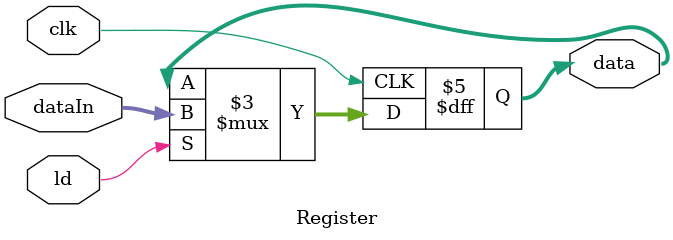
<source format=v>
module Register(clk, ld, dataIn, data);
  parameter width = 16;

  input clk, ld;
  input [width-1:0] dataIn;
  output reg [width-1:0] data;

  always @ (posedge clk) begin
    if (ld)
      data <= dataIn;
  end

  initial
    data = 0;

endmodule

</source>
